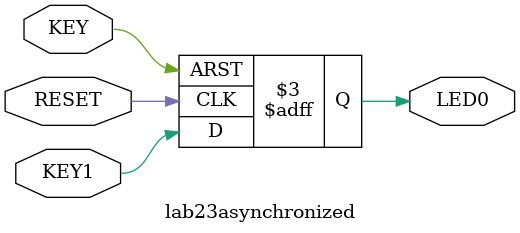
<source format=v>
module lab23asynchronized
(
  input wire RESET,
  input wire KEY,
  input wire KEY1,
  
  
  output reg LED0

  
  
  
  );
  
  always@(posedge RESET or negedge KEY)
  if(KEY == 1'b0)
     LED0 <= 1'b0;
  else
     LED0 <= KEY1;
  
  endmodule
</source>
